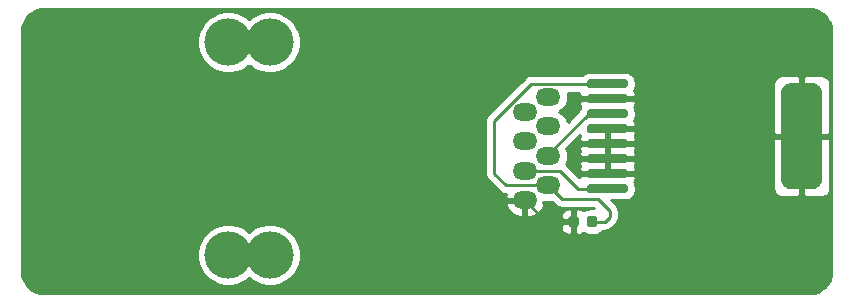
<source format=gbr>
%TF.GenerationSoftware,KiCad,Pcbnew,(5.1.12)-1*%
%TF.CreationDate,2021-11-30T21:20:58-06:00*%
%TF.ProjectId,Current_Sense,43757272-656e-4745-9f53-656e73652e6b,rev?*%
%TF.SameCoordinates,Original*%
%TF.FileFunction,Copper,L1,Top*%
%TF.FilePolarity,Positive*%
%FSLAX46Y46*%
G04 Gerber Fmt 4.6, Leading zero omitted, Abs format (unit mm)*
G04 Created by KiCad (PCBNEW (5.1.12)-1) date 2021-11-30 21:20:58*
%MOMM*%
%LPD*%
G01*
G04 APERTURE LIST*
%TA.AperFunction,ComponentPad*%
%ADD10C,4.000000*%
%TD*%
%TA.AperFunction,ComponentPad*%
%ADD11O,2.100000X1.500000*%
%TD*%
%TA.AperFunction,Conductor*%
%ADD12C,0.250000*%
%TD*%
%TA.AperFunction,Conductor*%
%ADD13C,0.254000*%
%TD*%
%TA.AperFunction,Conductor*%
%ADD14C,0.100000*%
%TD*%
G04 APERTURE END LIST*
%TO.P,C1,2*%
%TO.N,GND*%
%TA.AperFunction,SMDPad,CuDef*%
G36*
G01*
X104958500Y-92072750D02*
X104958500Y-92585250D01*
G75*
G02*
X104739750Y-92804000I-218750J0D01*
G01*
X104302250Y-92804000D01*
G75*
G02*
X104083500Y-92585250I0J218750D01*
G01*
X104083500Y-92072750D01*
G75*
G02*
X104302250Y-91854000I218750J0D01*
G01*
X104739750Y-91854000D01*
G75*
G02*
X104958500Y-92072750I0J-218750D01*
G01*
G37*
%TD.AperFunction*%
%TO.P,C1,1*%
%TO.N,+5V*%
%TA.AperFunction,SMDPad,CuDef*%
G36*
G01*
X106533500Y-92072750D02*
X106533500Y-92585250D01*
G75*
G02*
X106314750Y-92804000I-218750J0D01*
G01*
X105877250Y-92804000D01*
G75*
G02*
X105658500Y-92585250I0J218750D01*
G01*
X105658500Y-92072750D01*
G75*
G02*
X105877250Y-91854000I218750J0D01*
G01*
X106314750Y-91854000D01*
G75*
G02*
X106533500Y-92072750I0J-218750D01*
G01*
G37*
%TD.AperFunction*%
%TD*%
D10*
%TO.P,U1,9*%
%TO.N,Net-(U1-Pad9)*%
X75290000Y-95145001D03*
%TO.P,U1,10*%
%TO.N,Net-(U1-Pad10)*%
X78790000Y-77145001D03*
X75290000Y-77145001D03*
%TO.P,U1,9*%
%TO.N,Net-(U1-Pad9)*%
X78790000Y-95145001D03*
D11*
%TO.P,U1,1*%
%TO.N,N/C*%
X102390000Y-81765001D03*
%TO.P,U1,3*%
X102390000Y-84265001D03*
%TO.P,U1,2*%
%TO.N,GND*%
X100390000Y-83015001D03*
%TO.P,U1,4*%
%TO.N,N/C*%
X100390000Y-85515001D03*
%TO.P,U1,5*%
%TO.N,DFSDM1_CKIN5_5V*%
X102390000Y-86765001D03*
%TO.P,U1,6*%
%TO.N,DFSDM1_DATIN5_5V*%
X100390000Y-88015001D03*
%TO.P,U1,7*%
%TO.N,+5V*%
X102390000Y-89265001D03*
%TO.P,U1,8*%
%TO.N,GND*%
X100390000Y-90515001D03*
%TD*%
%TO.P,J5,9*%
%TO.N,GND*%
%TA.AperFunction,SMDPad,CuDef*%
G36*
G01*
X122950000Y-80590000D02*
X124700000Y-80590000D01*
G75*
G02*
X125575000Y-81465000I0J-875000D01*
G01*
X125575000Y-88715000D01*
G75*
G02*
X124700000Y-89590000I-875000J0D01*
G01*
X122950000Y-89590000D01*
G75*
G02*
X122075000Y-88715000I0J875000D01*
G01*
X122075000Y-81465000D01*
G75*
G02*
X122950000Y-80590000I875000J0D01*
G01*
G37*
%TD.AperFunction*%
%TO.P,J5,5*%
%TA.AperFunction,SMDPad,CuDef*%
G36*
G01*
X105805000Y-84105000D02*
X108955000Y-84105000D01*
G75*
G02*
X109130000Y-84280000I0J-175000D01*
G01*
X109130000Y-84630000D01*
G75*
G02*
X108955000Y-84805000I-175000J0D01*
G01*
X105805000Y-84805000D01*
G75*
G02*
X105630000Y-84630000I0J175000D01*
G01*
X105630000Y-84280000D01*
G75*
G02*
X105805000Y-84105000I175000J0D01*
G01*
G37*
%TD.AperFunction*%
%TO.P,J5,7*%
%TA.AperFunction,SMDPad,CuDef*%
G36*
G01*
X105805000Y-81565000D02*
X108955000Y-81565000D01*
G75*
G02*
X109130000Y-81740000I0J-175000D01*
G01*
X109130000Y-82090000D01*
G75*
G02*
X108955000Y-82265000I-175000J0D01*
G01*
X105805000Y-82265000D01*
G75*
G02*
X105630000Y-82090000I0J175000D01*
G01*
X105630000Y-81740000D01*
G75*
G02*
X105805000Y-81565000I175000J0D01*
G01*
G37*
%TD.AperFunction*%
%TO.P,J5,8*%
%TO.N,+5V*%
%TA.AperFunction,SMDPad,CuDef*%
G36*
G01*
X105805000Y-80295000D02*
X108955000Y-80295000D01*
G75*
G02*
X109130000Y-80470000I0J-175000D01*
G01*
X109130000Y-80820000D01*
G75*
G02*
X108955000Y-80995000I-175000J0D01*
G01*
X105805000Y-80995000D01*
G75*
G02*
X105630000Y-80820000I0J175000D01*
G01*
X105630000Y-80470000D01*
G75*
G02*
X105805000Y-80295000I175000J0D01*
G01*
G37*
%TD.AperFunction*%
%TO.P,J5,6*%
%TO.N,DFSDM1_CKIN5_5V*%
%TA.AperFunction,SMDPad,CuDef*%
G36*
G01*
X105805000Y-82835000D02*
X108955000Y-82835000D01*
G75*
G02*
X109130000Y-83010000I0J-175000D01*
G01*
X109130000Y-83360000D01*
G75*
G02*
X108955000Y-83535000I-175000J0D01*
G01*
X105805000Y-83535000D01*
G75*
G02*
X105630000Y-83360000I0J175000D01*
G01*
X105630000Y-83010000D01*
G75*
G02*
X105805000Y-82835000I175000J0D01*
G01*
G37*
%TD.AperFunction*%
%TO.P,J5,4*%
%TO.N,GND*%
%TA.AperFunction,SMDPad,CuDef*%
G36*
G01*
X105805000Y-85375000D02*
X108955000Y-85375000D01*
G75*
G02*
X109130000Y-85550000I0J-175000D01*
G01*
X109130000Y-85900000D01*
G75*
G02*
X108955000Y-86075000I-175000J0D01*
G01*
X105805000Y-86075000D01*
G75*
G02*
X105630000Y-85900000I0J175000D01*
G01*
X105630000Y-85550000D01*
G75*
G02*
X105805000Y-85375000I175000J0D01*
G01*
G37*
%TD.AperFunction*%
%TO.P,J5,3*%
%TA.AperFunction,SMDPad,CuDef*%
G36*
G01*
X105805000Y-86645000D02*
X108955000Y-86645000D01*
G75*
G02*
X109130000Y-86820000I0J-175000D01*
G01*
X109130000Y-87170000D01*
G75*
G02*
X108955000Y-87345000I-175000J0D01*
G01*
X105805000Y-87345000D01*
G75*
G02*
X105630000Y-87170000I0J175000D01*
G01*
X105630000Y-86820000D01*
G75*
G02*
X105805000Y-86645000I175000J0D01*
G01*
G37*
%TD.AperFunction*%
%TO.P,J5,2*%
%TA.AperFunction,SMDPad,CuDef*%
G36*
G01*
X105805000Y-87915000D02*
X108955000Y-87915000D01*
G75*
G02*
X109130000Y-88090000I0J-175000D01*
G01*
X109130000Y-88440000D01*
G75*
G02*
X108955000Y-88615000I-175000J0D01*
G01*
X105805000Y-88615000D01*
G75*
G02*
X105630000Y-88440000I0J175000D01*
G01*
X105630000Y-88090000D01*
G75*
G02*
X105805000Y-87915000I175000J0D01*
G01*
G37*
%TD.AperFunction*%
%TO.P,J5,1*%
%TO.N,DFSDM1_DATIN5_5V*%
%TA.AperFunction,SMDPad,CuDef*%
G36*
G01*
X105805000Y-89185000D02*
X108955000Y-89185000D01*
G75*
G02*
X109130000Y-89360000I0J-175000D01*
G01*
X109130000Y-89710000D01*
G75*
G02*
X108955000Y-89885000I-175000J0D01*
G01*
X105805000Y-89885000D01*
G75*
G02*
X105630000Y-89710000I0J175000D01*
G01*
X105630000Y-89360000D01*
G75*
G02*
X105805000Y-89185000I175000J0D01*
G01*
G37*
%TD.AperFunction*%
%TD*%
D12*
%TO.N,GND*%
X102203999Y-92329000D02*
X100390000Y-90515001D01*
X104521000Y-92329000D02*
X102203999Y-92329000D01*
X107380000Y-88265000D02*
X110363000Y-88265000D01*
X110363000Y-88265000D02*
X110490000Y-88138000D01*
X110490000Y-88138000D02*
X110490000Y-87376000D01*
X110109000Y-86995000D02*
X107380000Y-86995000D01*
X110490000Y-87376000D02*
X110109000Y-86995000D01*
X107380000Y-85725000D02*
X110363000Y-85725000D01*
X110490000Y-85852000D02*
X110490000Y-87376000D01*
X110363000Y-85725000D02*
X110490000Y-85852000D01*
X107380000Y-84455000D02*
X110363000Y-84455000D01*
X110490000Y-84582000D02*
X110490000Y-85852000D01*
X110363000Y-84455000D02*
X110490000Y-84582000D01*
X107380000Y-81915000D02*
X109601000Y-81915000D01*
X110490000Y-82804000D02*
X110490000Y-84582000D01*
X109601000Y-81915000D02*
X110490000Y-82804000D01*
%TO.N,+5V*%
X106096000Y-92329000D02*
X107188000Y-92329000D01*
X107188000Y-92329000D02*
X107569000Y-91948000D01*
X107569000Y-91948000D02*
X107569000Y-91440000D01*
X107569000Y-91440000D02*
X106553000Y-90424000D01*
X103548999Y-90424000D02*
X102390000Y-89265001D01*
X106553000Y-90424000D02*
X103548999Y-90424000D01*
X100939708Y-80645000D02*
X97790000Y-83794708D01*
X107380000Y-80645000D02*
X100939708Y-80645000D01*
X97790000Y-83794708D02*
X97790000Y-88265000D01*
X98790001Y-89265001D02*
X102390000Y-89265001D01*
X97790000Y-88265000D02*
X98790001Y-89265001D01*
%TO.N,DFSDM1_CKIN5_5V*%
X107380000Y-83185000D02*
X105791000Y-83185000D01*
X102390000Y-86586000D02*
X102390000Y-86765001D01*
X105791000Y-83185000D02*
X102390000Y-86586000D01*
%TO.N,DFSDM1_DATIN5_5V*%
X107380000Y-89535000D02*
X104902000Y-89535000D01*
X103382001Y-88015001D02*
X100390000Y-88015001D01*
X104902000Y-89535000D02*
X103382001Y-88015001D01*
%TD*%
D13*
%TO.N,GND*%
X124824545Y-74358909D02*
X125175208Y-74464780D01*
X125498625Y-74636744D01*
X125782484Y-74868254D01*
X126015965Y-75150486D01*
X126190183Y-75472695D01*
X126298502Y-75822614D01*
X126340000Y-76217443D01*
X126340001Y-96487711D01*
X126301091Y-96884545D01*
X126195220Y-97235206D01*
X126023257Y-97558623D01*
X125791748Y-97842482D01*
X125509514Y-98075965D01*
X125187304Y-98250184D01*
X124837385Y-98358502D01*
X124442557Y-98400000D01*
X59722279Y-98400000D01*
X59325455Y-98361091D01*
X58974794Y-98255220D01*
X58651377Y-98083257D01*
X58367518Y-97851748D01*
X58134035Y-97569514D01*
X57959816Y-97247304D01*
X57851498Y-96897385D01*
X57810000Y-96502557D01*
X57810000Y-94885476D01*
X72655000Y-94885476D01*
X72655000Y-95404526D01*
X72756261Y-95913602D01*
X72954893Y-96393142D01*
X73243262Y-96824716D01*
X73610285Y-97191739D01*
X74041859Y-97480108D01*
X74521399Y-97678740D01*
X75030475Y-97780001D01*
X75549525Y-97780001D01*
X76058601Y-97678740D01*
X76538141Y-97480108D01*
X76969715Y-97191739D01*
X77040000Y-97121454D01*
X77110285Y-97191739D01*
X77541859Y-97480108D01*
X78021399Y-97678740D01*
X78530475Y-97780001D01*
X79049525Y-97780001D01*
X79558601Y-97678740D01*
X80038141Y-97480108D01*
X80469715Y-97191739D01*
X80836738Y-96824716D01*
X81125107Y-96393142D01*
X81323739Y-95913602D01*
X81425000Y-95404526D01*
X81425000Y-94885476D01*
X81323739Y-94376400D01*
X81125107Y-93896860D01*
X80836738Y-93465286D01*
X80469715Y-93098263D01*
X80038141Y-92809894D01*
X80023912Y-92804000D01*
X103445428Y-92804000D01*
X103457688Y-92928482D01*
X103493998Y-93048180D01*
X103552963Y-93158494D01*
X103632315Y-93255185D01*
X103729006Y-93334537D01*
X103839320Y-93393502D01*
X103959018Y-93429812D01*
X104083500Y-93442072D01*
X104235250Y-93439000D01*
X104394000Y-93280250D01*
X104394000Y-92456000D01*
X103607250Y-92456000D01*
X103448500Y-92614750D01*
X103445428Y-92804000D01*
X80023912Y-92804000D01*
X79558601Y-92611262D01*
X79049525Y-92510001D01*
X78530475Y-92510001D01*
X78021399Y-92611262D01*
X77541859Y-92809894D01*
X77110285Y-93098263D01*
X77040000Y-93168548D01*
X76969715Y-93098263D01*
X76538141Y-92809894D01*
X76058601Y-92611262D01*
X75549525Y-92510001D01*
X75030475Y-92510001D01*
X74521399Y-92611262D01*
X74041859Y-92809894D01*
X73610285Y-93098263D01*
X73243262Y-93465286D01*
X72954893Y-93896860D01*
X72756261Y-94376400D01*
X72655000Y-94885476D01*
X57810000Y-94885476D01*
X57810000Y-90856186D01*
X98747682Y-90856186D01*
X98761827Y-90927685D01*
X98867858Y-91178869D01*
X99020855Y-91404541D01*
X99214939Y-91596029D01*
X99442651Y-91745973D01*
X99695240Y-91848612D01*
X99963000Y-91900001D01*
X100263000Y-91900001D01*
X100263000Y-90642001D01*
X98870344Y-90642001D01*
X98747682Y-90856186D01*
X57810000Y-90856186D01*
X57810000Y-83794708D01*
X97026324Y-83794708D01*
X97030000Y-83832031D01*
X97030001Y-88227668D01*
X97026324Y-88265000D01*
X97040998Y-88413985D01*
X97084454Y-88557246D01*
X97155026Y-88689276D01*
X97226201Y-88776002D01*
X97250000Y-88805001D01*
X97278998Y-88828799D01*
X98226201Y-89776003D01*
X98250000Y-89805002D01*
X98278998Y-89828800D01*
X98365724Y-89899975D01*
X98449013Y-89944494D01*
X98497754Y-89970547D01*
X98641015Y-90014004D01*
X98752668Y-90025001D01*
X98752678Y-90025001D01*
X98790001Y-90028677D01*
X98793039Y-90028378D01*
X98761827Y-90102317D01*
X98747682Y-90173816D01*
X98870344Y-90388001D01*
X100263000Y-90388001D01*
X100263000Y-90368001D01*
X100517000Y-90368001D01*
X100517000Y-90388001D01*
X100537000Y-90388001D01*
X100537000Y-90642001D01*
X100517000Y-90642001D01*
X100517000Y-91900001D01*
X100817000Y-91900001D01*
X101056686Y-91854000D01*
X103445428Y-91854000D01*
X103448500Y-92043250D01*
X103607250Y-92202000D01*
X104394000Y-92202000D01*
X104394000Y-91377750D01*
X104235250Y-91219000D01*
X104083500Y-91215928D01*
X103959018Y-91228188D01*
X103839320Y-91264498D01*
X103729006Y-91323463D01*
X103632315Y-91402815D01*
X103552963Y-91499506D01*
X103493998Y-91609820D01*
X103457688Y-91729518D01*
X103445428Y-91854000D01*
X101056686Y-91854000D01*
X101084760Y-91848612D01*
X101337349Y-91745973D01*
X101565061Y-91596029D01*
X101759145Y-91404541D01*
X101912142Y-91178869D01*
X102018173Y-90927685D01*
X102032318Y-90856186D01*
X101909657Y-90642003D01*
X101940758Y-90642003D01*
X102021963Y-90650001D01*
X102700198Y-90650001D01*
X102985199Y-90935002D01*
X103008998Y-90964001D01*
X103037996Y-90987799D01*
X103124722Y-91058974D01*
X103256752Y-91129546D01*
X103400013Y-91173003D01*
X103511666Y-91184000D01*
X103511675Y-91184000D01*
X103548998Y-91187676D01*
X103586321Y-91184000D01*
X106238199Y-91184000D01*
X106270127Y-91215928D01*
X105877250Y-91215928D01*
X105710092Y-91232392D01*
X105549358Y-91281150D01*
X105401225Y-91360329D01*
X105379570Y-91378100D01*
X105312994Y-91323463D01*
X105202680Y-91264498D01*
X105082982Y-91228188D01*
X104958500Y-91215928D01*
X104806750Y-91219000D01*
X104648000Y-91377750D01*
X104648000Y-92202000D01*
X104668000Y-92202000D01*
X104668000Y-92456000D01*
X104648000Y-92456000D01*
X104648000Y-93280250D01*
X104806750Y-93439000D01*
X104958500Y-93442072D01*
X105082982Y-93429812D01*
X105202680Y-93393502D01*
X105312994Y-93334537D01*
X105379570Y-93279900D01*
X105401225Y-93297671D01*
X105549358Y-93376850D01*
X105710092Y-93425608D01*
X105877250Y-93442072D01*
X106314750Y-93442072D01*
X106481908Y-93425608D01*
X106642642Y-93376850D01*
X106790775Y-93297671D01*
X106920615Y-93191115D01*
X107004418Y-93089000D01*
X107150678Y-93089000D01*
X107188000Y-93092676D01*
X107225322Y-93089000D01*
X107225333Y-93089000D01*
X107336986Y-93078003D01*
X107480247Y-93034546D01*
X107612276Y-92963974D01*
X107728001Y-92869001D01*
X107751804Y-92839997D01*
X108079998Y-92511803D01*
X108109001Y-92488001D01*
X108203974Y-92372276D01*
X108274546Y-92240247D01*
X108318003Y-92096986D01*
X108329000Y-91985333D01*
X108329000Y-91985324D01*
X108332676Y-91948001D01*
X108329000Y-91910678D01*
X108329000Y-91477322D01*
X108332676Y-91440000D01*
X108329000Y-91402677D01*
X108329000Y-91402667D01*
X108318003Y-91291014D01*
X108274546Y-91147753D01*
X108227092Y-91058974D01*
X108203974Y-91015723D01*
X108132799Y-90928997D01*
X108109001Y-90899999D01*
X108080003Y-90876201D01*
X107726874Y-90523072D01*
X108955000Y-90523072D01*
X109113622Y-90507449D01*
X109266149Y-90461181D01*
X109406719Y-90386045D01*
X109529929Y-90284929D01*
X109631045Y-90161719D01*
X109706181Y-90021149D01*
X109752449Y-89868622D01*
X109768072Y-89710000D01*
X109768072Y-89590000D01*
X121436928Y-89590000D01*
X121449188Y-89714482D01*
X121485498Y-89834180D01*
X121544463Y-89944494D01*
X121623815Y-90041185D01*
X121720506Y-90120537D01*
X121830820Y-90179502D01*
X121950518Y-90215812D01*
X122075000Y-90228072D01*
X123539250Y-90225000D01*
X123698000Y-90066250D01*
X123698000Y-85217000D01*
X123952000Y-85217000D01*
X123952000Y-90066250D01*
X124110750Y-90225000D01*
X125575000Y-90228072D01*
X125699482Y-90215812D01*
X125819180Y-90179502D01*
X125929494Y-90120537D01*
X126026185Y-90041185D01*
X126105537Y-89944494D01*
X126164502Y-89834180D01*
X126200812Y-89714482D01*
X126213072Y-89590000D01*
X126210000Y-85375750D01*
X126051250Y-85217000D01*
X123952000Y-85217000D01*
X123698000Y-85217000D01*
X121598750Y-85217000D01*
X121440000Y-85375750D01*
X121436928Y-89590000D01*
X109768072Y-89590000D01*
X109768072Y-89360000D01*
X109752449Y-89201378D01*
X109706181Y-89048851D01*
X109662150Y-88966475D01*
X109719502Y-88859180D01*
X109755812Y-88739482D01*
X109768072Y-88615000D01*
X109765000Y-88550750D01*
X109606250Y-88392000D01*
X107507000Y-88392000D01*
X107507000Y-88412000D01*
X107253000Y-88412000D01*
X107253000Y-88392000D01*
X105153750Y-88392000D01*
X104995000Y-88550750D01*
X104994888Y-88553087D01*
X103945805Y-87504004D01*
X103922002Y-87475000D01*
X103893455Y-87451572D01*
X103950418Y-87345000D01*
X104991928Y-87345000D01*
X105004188Y-87469482D01*
X105040498Y-87589180D01*
X105062317Y-87630000D01*
X105040498Y-87670820D01*
X105004188Y-87790518D01*
X104991928Y-87915000D01*
X104995000Y-87979250D01*
X105153750Y-88138000D01*
X107253000Y-88138000D01*
X107253000Y-87122000D01*
X107507000Y-87122000D01*
X107507000Y-88138000D01*
X109606250Y-88138000D01*
X109765000Y-87979250D01*
X109768072Y-87915000D01*
X109755812Y-87790518D01*
X109719502Y-87670820D01*
X109697683Y-87630000D01*
X109719502Y-87589180D01*
X109755812Y-87469482D01*
X109768072Y-87345000D01*
X109765000Y-87280750D01*
X109606250Y-87122000D01*
X107507000Y-87122000D01*
X107253000Y-87122000D01*
X105153750Y-87122000D01*
X104995000Y-87280750D01*
X104991928Y-87345000D01*
X103950418Y-87345000D01*
X103975764Y-87297582D01*
X104054960Y-87036508D01*
X104081701Y-86765001D01*
X104054960Y-86493494D01*
X103975764Y-86232420D01*
X103920943Y-86129858D01*
X103975801Y-86075000D01*
X104991928Y-86075000D01*
X105004188Y-86199482D01*
X105040498Y-86319180D01*
X105062317Y-86360000D01*
X105040498Y-86400820D01*
X105004188Y-86520518D01*
X104991928Y-86645000D01*
X104995000Y-86709250D01*
X105153750Y-86868000D01*
X107253000Y-86868000D01*
X107253000Y-85852000D01*
X107507000Y-85852000D01*
X107507000Y-86868000D01*
X109606250Y-86868000D01*
X109765000Y-86709250D01*
X109768072Y-86645000D01*
X109755812Y-86520518D01*
X109719502Y-86400820D01*
X109697683Y-86360000D01*
X109719502Y-86319180D01*
X109755812Y-86199482D01*
X109768072Y-86075000D01*
X109765000Y-86010750D01*
X109606250Y-85852000D01*
X107507000Y-85852000D01*
X107253000Y-85852000D01*
X105153750Y-85852000D01*
X104995000Y-86010750D01*
X104991928Y-86075000D01*
X103975801Y-86075000D01*
X105031450Y-85019352D01*
X105040498Y-85049180D01*
X105062317Y-85090000D01*
X105040498Y-85130820D01*
X105004188Y-85250518D01*
X104991928Y-85375000D01*
X104995000Y-85439250D01*
X105153750Y-85598000D01*
X107253000Y-85598000D01*
X107253000Y-84582000D01*
X107507000Y-84582000D01*
X107507000Y-85598000D01*
X109606250Y-85598000D01*
X109765000Y-85439250D01*
X109768072Y-85375000D01*
X109755812Y-85250518D01*
X109719502Y-85130820D01*
X109697683Y-85090000D01*
X109719502Y-85049180D01*
X109755812Y-84929482D01*
X109768072Y-84805000D01*
X109765000Y-84740750D01*
X109606250Y-84582000D01*
X107507000Y-84582000D01*
X107253000Y-84582000D01*
X107233000Y-84582000D01*
X107233000Y-84328000D01*
X107253000Y-84328000D01*
X107253000Y-84308000D01*
X107507000Y-84308000D01*
X107507000Y-84328000D01*
X109606250Y-84328000D01*
X109765000Y-84169250D01*
X109768072Y-84105000D01*
X109755812Y-83980518D01*
X109719502Y-83860820D01*
X109662150Y-83753525D01*
X109706181Y-83671149D01*
X109752449Y-83518622D01*
X109768072Y-83360000D01*
X109768072Y-83010000D01*
X109752449Y-82851378D01*
X109706181Y-82698851D01*
X109662150Y-82616475D01*
X109719502Y-82509180D01*
X109755812Y-82389482D01*
X109768072Y-82265000D01*
X109765000Y-82200750D01*
X109606250Y-82042000D01*
X107507000Y-82042000D01*
X107507000Y-82062000D01*
X107253000Y-82062000D01*
X107253000Y-82042000D01*
X105153750Y-82042000D01*
X104995000Y-82200750D01*
X104991928Y-82265000D01*
X105004188Y-82389482D01*
X105040498Y-82509180D01*
X105097850Y-82616475D01*
X105053819Y-82698851D01*
X105007551Y-82851378D01*
X105002933Y-82898265D01*
X104020687Y-83880511D01*
X103975764Y-83732420D01*
X103847157Y-83491813D01*
X103674081Y-83280920D01*
X103463188Y-83107844D01*
X103289491Y-83015001D01*
X103463188Y-82922158D01*
X103674081Y-82749082D01*
X103847157Y-82538189D01*
X103975764Y-82297582D01*
X104054960Y-82036508D01*
X104081701Y-81765001D01*
X104054960Y-81493494D01*
X104028116Y-81405000D01*
X105014962Y-81405000D01*
X105004188Y-81440518D01*
X104991928Y-81565000D01*
X104995000Y-81629250D01*
X105153750Y-81788000D01*
X107253000Y-81788000D01*
X107253000Y-81768000D01*
X107507000Y-81768000D01*
X107507000Y-81788000D01*
X109606250Y-81788000D01*
X109765000Y-81629250D01*
X109768072Y-81565000D01*
X109755812Y-81440518D01*
X109719502Y-81320820D01*
X109662150Y-81213525D01*
X109706181Y-81131149D01*
X109752449Y-80978622D01*
X109768072Y-80820000D01*
X109768072Y-80590000D01*
X121436928Y-80590000D01*
X121440000Y-84804250D01*
X121598750Y-84963000D01*
X123698000Y-84963000D01*
X123698000Y-80113750D01*
X123952000Y-80113750D01*
X123952000Y-84963000D01*
X126051250Y-84963000D01*
X126210000Y-84804250D01*
X126213072Y-80590000D01*
X126200812Y-80465518D01*
X126164502Y-80345820D01*
X126105537Y-80235506D01*
X126026185Y-80138815D01*
X125929494Y-80059463D01*
X125819180Y-80000498D01*
X125699482Y-79964188D01*
X125575000Y-79951928D01*
X124110750Y-79955000D01*
X123952000Y-80113750D01*
X123698000Y-80113750D01*
X123539250Y-79955000D01*
X122075000Y-79951928D01*
X121950518Y-79964188D01*
X121830820Y-80000498D01*
X121720506Y-80059463D01*
X121623815Y-80138815D01*
X121544463Y-80235506D01*
X121485498Y-80345820D01*
X121449188Y-80465518D01*
X121436928Y-80590000D01*
X109768072Y-80590000D01*
X109768072Y-80470000D01*
X109752449Y-80311378D01*
X109706181Y-80158851D01*
X109631045Y-80018281D01*
X109529929Y-79895071D01*
X109406719Y-79793955D01*
X109266149Y-79718819D01*
X109113622Y-79672551D01*
X108955000Y-79656928D01*
X105805000Y-79656928D01*
X105646378Y-79672551D01*
X105493851Y-79718819D01*
X105353281Y-79793955D01*
X105242343Y-79885000D01*
X100977033Y-79885000D01*
X100939708Y-79881324D01*
X100902383Y-79885000D01*
X100902375Y-79885000D01*
X100790722Y-79895997D01*
X100647461Y-79939454D01*
X100515432Y-80010026D01*
X100399707Y-80104999D01*
X100375909Y-80133997D01*
X97279003Y-83230904D01*
X97249999Y-83254707D01*
X97194871Y-83321882D01*
X97155026Y-83370432D01*
X97097932Y-83477247D01*
X97084454Y-83502462D01*
X97040997Y-83645723D01*
X97030000Y-83757376D01*
X97030000Y-83757386D01*
X97026324Y-83794708D01*
X57810000Y-83794708D01*
X57810000Y-76885476D01*
X72655000Y-76885476D01*
X72655000Y-77404526D01*
X72756261Y-77913602D01*
X72954893Y-78393142D01*
X73243262Y-78824716D01*
X73610285Y-79191739D01*
X74041859Y-79480108D01*
X74521399Y-79678740D01*
X75030475Y-79780001D01*
X75549525Y-79780001D01*
X76058601Y-79678740D01*
X76538141Y-79480108D01*
X76969715Y-79191739D01*
X77040000Y-79121454D01*
X77110285Y-79191739D01*
X77541859Y-79480108D01*
X78021399Y-79678740D01*
X78530475Y-79780001D01*
X79049525Y-79780001D01*
X79558601Y-79678740D01*
X80038141Y-79480108D01*
X80469715Y-79191739D01*
X80836738Y-78824716D01*
X81125107Y-78393142D01*
X81323739Y-77913602D01*
X81425000Y-77404526D01*
X81425000Y-76885476D01*
X81323739Y-76376400D01*
X81125107Y-75896860D01*
X80836738Y-75465286D01*
X80469715Y-75098263D01*
X80038141Y-74809894D01*
X79558601Y-74611262D01*
X79049525Y-74510001D01*
X78530475Y-74510001D01*
X78021399Y-74611262D01*
X77541859Y-74809894D01*
X77110285Y-75098263D01*
X77040000Y-75168548D01*
X76969715Y-75098263D01*
X76538141Y-74809894D01*
X76058601Y-74611262D01*
X75549525Y-74510001D01*
X75030475Y-74510001D01*
X74521399Y-74611262D01*
X74041859Y-74809894D01*
X73610285Y-75098263D01*
X73243262Y-75465286D01*
X72954893Y-75896860D01*
X72756261Y-76376400D01*
X72655000Y-76885476D01*
X57810000Y-76885476D01*
X57810000Y-76232279D01*
X57848909Y-75835455D01*
X57954780Y-75484792D01*
X58126744Y-75161375D01*
X58358254Y-74877516D01*
X58640486Y-74644035D01*
X58962695Y-74469817D01*
X59312614Y-74361498D01*
X59707443Y-74320000D01*
X124427721Y-74320000D01*
X124824545Y-74358909D01*
%TA.AperFunction,Conductor*%
D14*
G36*
X124824545Y-74358909D02*
G01*
X125175208Y-74464780D01*
X125498625Y-74636744D01*
X125782484Y-74868254D01*
X126015965Y-75150486D01*
X126190183Y-75472695D01*
X126298502Y-75822614D01*
X126340000Y-76217443D01*
X126340001Y-96487711D01*
X126301091Y-96884545D01*
X126195220Y-97235206D01*
X126023257Y-97558623D01*
X125791748Y-97842482D01*
X125509514Y-98075965D01*
X125187304Y-98250184D01*
X124837385Y-98358502D01*
X124442557Y-98400000D01*
X59722279Y-98400000D01*
X59325455Y-98361091D01*
X58974794Y-98255220D01*
X58651377Y-98083257D01*
X58367518Y-97851748D01*
X58134035Y-97569514D01*
X57959816Y-97247304D01*
X57851498Y-96897385D01*
X57810000Y-96502557D01*
X57810000Y-94885476D01*
X72655000Y-94885476D01*
X72655000Y-95404526D01*
X72756261Y-95913602D01*
X72954893Y-96393142D01*
X73243262Y-96824716D01*
X73610285Y-97191739D01*
X74041859Y-97480108D01*
X74521399Y-97678740D01*
X75030475Y-97780001D01*
X75549525Y-97780001D01*
X76058601Y-97678740D01*
X76538141Y-97480108D01*
X76969715Y-97191739D01*
X77040000Y-97121454D01*
X77110285Y-97191739D01*
X77541859Y-97480108D01*
X78021399Y-97678740D01*
X78530475Y-97780001D01*
X79049525Y-97780001D01*
X79558601Y-97678740D01*
X80038141Y-97480108D01*
X80469715Y-97191739D01*
X80836738Y-96824716D01*
X81125107Y-96393142D01*
X81323739Y-95913602D01*
X81425000Y-95404526D01*
X81425000Y-94885476D01*
X81323739Y-94376400D01*
X81125107Y-93896860D01*
X80836738Y-93465286D01*
X80469715Y-93098263D01*
X80038141Y-92809894D01*
X80023912Y-92804000D01*
X103445428Y-92804000D01*
X103457688Y-92928482D01*
X103493998Y-93048180D01*
X103552963Y-93158494D01*
X103632315Y-93255185D01*
X103729006Y-93334537D01*
X103839320Y-93393502D01*
X103959018Y-93429812D01*
X104083500Y-93442072D01*
X104235250Y-93439000D01*
X104394000Y-93280250D01*
X104394000Y-92456000D01*
X103607250Y-92456000D01*
X103448500Y-92614750D01*
X103445428Y-92804000D01*
X80023912Y-92804000D01*
X79558601Y-92611262D01*
X79049525Y-92510001D01*
X78530475Y-92510001D01*
X78021399Y-92611262D01*
X77541859Y-92809894D01*
X77110285Y-93098263D01*
X77040000Y-93168548D01*
X76969715Y-93098263D01*
X76538141Y-92809894D01*
X76058601Y-92611262D01*
X75549525Y-92510001D01*
X75030475Y-92510001D01*
X74521399Y-92611262D01*
X74041859Y-92809894D01*
X73610285Y-93098263D01*
X73243262Y-93465286D01*
X72954893Y-93896860D01*
X72756261Y-94376400D01*
X72655000Y-94885476D01*
X57810000Y-94885476D01*
X57810000Y-90856186D01*
X98747682Y-90856186D01*
X98761827Y-90927685D01*
X98867858Y-91178869D01*
X99020855Y-91404541D01*
X99214939Y-91596029D01*
X99442651Y-91745973D01*
X99695240Y-91848612D01*
X99963000Y-91900001D01*
X100263000Y-91900001D01*
X100263000Y-90642001D01*
X98870344Y-90642001D01*
X98747682Y-90856186D01*
X57810000Y-90856186D01*
X57810000Y-83794708D01*
X97026324Y-83794708D01*
X97030000Y-83832031D01*
X97030001Y-88227668D01*
X97026324Y-88265000D01*
X97040998Y-88413985D01*
X97084454Y-88557246D01*
X97155026Y-88689276D01*
X97226201Y-88776002D01*
X97250000Y-88805001D01*
X97278998Y-88828799D01*
X98226201Y-89776003D01*
X98250000Y-89805002D01*
X98278998Y-89828800D01*
X98365724Y-89899975D01*
X98449013Y-89944494D01*
X98497754Y-89970547D01*
X98641015Y-90014004D01*
X98752668Y-90025001D01*
X98752678Y-90025001D01*
X98790001Y-90028677D01*
X98793039Y-90028378D01*
X98761827Y-90102317D01*
X98747682Y-90173816D01*
X98870344Y-90388001D01*
X100263000Y-90388001D01*
X100263000Y-90368001D01*
X100517000Y-90368001D01*
X100517000Y-90388001D01*
X100537000Y-90388001D01*
X100537000Y-90642001D01*
X100517000Y-90642001D01*
X100517000Y-91900001D01*
X100817000Y-91900001D01*
X101056686Y-91854000D01*
X103445428Y-91854000D01*
X103448500Y-92043250D01*
X103607250Y-92202000D01*
X104394000Y-92202000D01*
X104394000Y-91377750D01*
X104235250Y-91219000D01*
X104083500Y-91215928D01*
X103959018Y-91228188D01*
X103839320Y-91264498D01*
X103729006Y-91323463D01*
X103632315Y-91402815D01*
X103552963Y-91499506D01*
X103493998Y-91609820D01*
X103457688Y-91729518D01*
X103445428Y-91854000D01*
X101056686Y-91854000D01*
X101084760Y-91848612D01*
X101337349Y-91745973D01*
X101565061Y-91596029D01*
X101759145Y-91404541D01*
X101912142Y-91178869D01*
X102018173Y-90927685D01*
X102032318Y-90856186D01*
X101909657Y-90642003D01*
X101940758Y-90642003D01*
X102021963Y-90650001D01*
X102700198Y-90650001D01*
X102985199Y-90935002D01*
X103008998Y-90964001D01*
X103037996Y-90987799D01*
X103124722Y-91058974D01*
X103256752Y-91129546D01*
X103400013Y-91173003D01*
X103511666Y-91184000D01*
X103511675Y-91184000D01*
X103548998Y-91187676D01*
X103586321Y-91184000D01*
X106238199Y-91184000D01*
X106270127Y-91215928D01*
X105877250Y-91215928D01*
X105710092Y-91232392D01*
X105549358Y-91281150D01*
X105401225Y-91360329D01*
X105379570Y-91378100D01*
X105312994Y-91323463D01*
X105202680Y-91264498D01*
X105082982Y-91228188D01*
X104958500Y-91215928D01*
X104806750Y-91219000D01*
X104648000Y-91377750D01*
X104648000Y-92202000D01*
X104668000Y-92202000D01*
X104668000Y-92456000D01*
X104648000Y-92456000D01*
X104648000Y-93280250D01*
X104806750Y-93439000D01*
X104958500Y-93442072D01*
X105082982Y-93429812D01*
X105202680Y-93393502D01*
X105312994Y-93334537D01*
X105379570Y-93279900D01*
X105401225Y-93297671D01*
X105549358Y-93376850D01*
X105710092Y-93425608D01*
X105877250Y-93442072D01*
X106314750Y-93442072D01*
X106481908Y-93425608D01*
X106642642Y-93376850D01*
X106790775Y-93297671D01*
X106920615Y-93191115D01*
X107004418Y-93089000D01*
X107150678Y-93089000D01*
X107188000Y-93092676D01*
X107225322Y-93089000D01*
X107225333Y-93089000D01*
X107336986Y-93078003D01*
X107480247Y-93034546D01*
X107612276Y-92963974D01*
X107728001Y-92869001D01*
X107751804Y-92839997D01*
X108079998Y-92511803D01*
X108109001Y-92488001D01*
X108203974Y-92372276D01*
X108274546Y-92240247D01*
X108318003Y-92096986D01*
X108329000Y-91985333D01*
X108329000Y-91985324D01*
X108332676Y-91948001D01*
X108329000Y-91910678D01*
X108329000Y-91477322D01*
X108332676Y-91440000D01*
X108329000Y-91402677D01*
X108329000Y-91402667D01*
X108318003Y-91291014D01*
X108274546Y-91147753D01*
X108227092Y-91058974D01*
X108203974Y-91015723D01*
X108132799Y-90928997D01*
X108109001Y-90899999D01*
X108080003Y-90876201D01*
X107726874Y-90523072D01*
X108955000Y-90523072D01*
X109113622Y-90507449D01*
X109266149Y-90461181D01*
X109406719Y-90386045D01*
X109529929Y-90284929D01*
X109631045Y-90161719D01*
X109706181Y-90021149D01*
X109752449Y-89868622D01*
X109768072Y-89710000D01*
X109768072Y-89590000D01*
X121436928Y-89590000D01*
X121449188Y-89714482D01*
X121485498Y-89834180D01*
X121544463Y-89944494D01*
X121623815Y-90041185D01*
X121720506Y-90120537D01*
X121830820Y-90179502D01*
X121950518Y-90215812D01*
X122075000Y-90228072D01*
X123539250Y-90225000D01*
X123698000Y-90066250D01*
X123698000Y-85217000D01*
X123952000Y-85217000D01*
X123952000Y-90066250D01*
X124110750Y-90225000D01*
X125575000Y-90228072D01*
X125699482Y-90215812D01*
X125819180Y-90179502D01*
X125929494Y-90120537D01*
X126026185Y-90041185D01*
X126105537Y-89944494D01*
X126164502Y-89834180D01*
X126200812Y-89714482D01*
X126213072Y-89590000D01*
X126210000Y-85375750D01*
X126051250Y-85217000D01*
X123952000Y-85217000D01*
X123698000Y-85217000D01*
X121598750Y-85217000D01*
X121440000Y-85375750D01*
X121436928Y-89590000D01*
X109768072Y-89590000D01*
X109768072Y-89360000D01*
X109752449Y-89201378D01*
X109706181Y-89048851D01*
X109662150Y-88966475D01*
X109719502Y-88859180D01*
X109755812Y-88739482D01*
X109768072Y-88615000D01*
X109765000Y-88550750D01*
X109606250Y-88392000D01*
X107507000Y-88392000D01*
X107507000Y-88412000D01*
X107253000Y-88412000D01*
X107253000Y-88392000D01*
X105153750Y-88392000D01*
X104995000Y-88550750D01*
X104994888Y-88553087D01*
X103945805Y-87504004D01*
X103922002Y-87475000D01*
X103893455Y-87451572D01*
X103950418Y-87345000D01*
X104991928Y-87345000D01*
X105004188Y-87469482D01*
X105040498Y-87589180D01*
X105062317Y-87630000D01*
X105040498Y-87670820D01*
X105004188Y-87790518D01*
X104991928Y-87915000D01*
X104995000Y-87979250D01*
X105153750Y-88138000D01*
X107253000Y-88138000D01*
X107253000Y-87122000D01*
X107507000Y-87122000D01*
X107507000Y-88138000D01*
X109606250Y-88138000D01*
X109765000Y-87979250D01*
X109768072Y-87915000D01*
X109755812Y-87790518D01*
X109719502Y-87670820D01*
X109697683Y-87630000D01*
X109719502Y-87589180D01*
X109755812Y-87469482D01*
X109768072Y-87345000D01*
X109765000Y-87280750D01*
X109606250Y-87122000D01*
X107507000Y-87122000D01*
X107253000Y-87122000D01*
X105153750Y-87122000D01*
X104995000Y-87280750D01*
X104991928Y-87345000D01*
X103950418Y-87345000D01*
X103975764Y-87297582D01*
X104054960Y-87036508D01*
X104081701Y-86765001D01*
X104054960Y-86493494D01*
X103975764Y-86232420D01*
X103920943Y-86129858D01*
X103975801Y-86075000D01*
X104991928Y-86075000D01*
X105004188Y-86199482D01*
X105040498Y-86319180D01*
X105062317Y-86360000D01*
X105040498Y-86400820D01*
X105004188Y-86520518D01*
X104991928Y-86645000D01*
X104995000Y-86709250D01*
X105153750Y-86868000D01*
X107253000Y-86868000D01*
X107253000Y-85852000D01*
X107507000Y-85852000D01*
X107507000Y-86868000D01*
X109606250Y-86868000D01*
X109765000Y-86709250D01*
X109768072Y-86645000D01*
X109755812Y-86520518D01*
X109719502Y-86400820D01*
X109697683Y-86360000D01*
X109719502Y-86319180D01*
X109755812Y-86199482D01*
X109768072Y-86075000D01*
X109765000Y-86010750D01*
X109606250Y-85852000D01*
X107507000Y-85852000D01*
X107253000Y-85852000D01*
X105153750Y-85852000D01*
X104995000Y-86010750D01*
X104991928Y-86075000D01*
X103975801Y-86075000D01*
X105031450Y-85019352D01*
X105040498Y-85049180D01*
X105062317Y-85090000D01*
X105040498Y-85130820D01*
X105004188Y-85250518D01*
X104991928Y-85375000D01*
X104995000Y-85439250D01*
X105153750Y-85598000D01*
X107253000Y-85598000D01*
X107253000Y-84582000D01*
X107507000Y-84582000D01*
X107507000Y-85598000D01*
X109606250Y-85598000D01*
X109765000Y-85439250D01*
X109768072Y-85375000D01*
X109755812Y-85250518D01*
X109719502Y-85130820D01*
X109697683Y-85090000D01*
X109719502Y-85049180D01*
X109755812Y-84929482D01*
X109768072Y-84805000D01*
X109765000Y-84740750D01*
X109606250Y-84582000D01*
X107507000Y-84582000D01*
X107253000Y-84582000D01*
X107233000Y-84582000D01*
X107233000Y-84328000D01*
X107253000Y-84328000D01*
X107253000Y-84308000D01*
X107507000Y-84308000D01*
X107507000Y-84328000D01*
X109606250Y-84328000D01*
X109765000Y-84169250D01*
X109768072Y-84105000D01*
X109755812Y-83980518D01*
X109719502Y-83860820D01*
X109662150Y-83753525D01*
X109706181Y-83671149D01*
X109752449Y-83518622D01*
X109768072Y-83360000D01*
X109768072Y-83010000D01*
X109752449Y-82851378D01*
X109706181Y-82698851D01*
X109662150Y-82616475D01*
X109719502Y-82509180D01*
X109755812Y-82389482D01*
X109768072Y-82265000D01*
X109765000Y-82200750D01*
X109606250Y-82042000D01*
X107507000Y-82042000D01*
X107507000Y-82062000D01*
X107253000Y-82062000D01*
X107253000Y-82042000D01*
X105153750Y-82042000D01*
X104995000Y-82200750D01*
X104991928Y-82265000D01*
X105004188Y-82389482D01*
X105040498Y-82509180D01*
X105097850Y-82616475D01*
X105053819Y-82698851D01*
X105007551Y-82851378D01*
X105002933Y-82898265D01*
X104020687Y-83880511D01*
X103975764Y-83732420D01*
X103847157Y-83491813D01*
X103674081Y-83280920D01*
X103463188Y-83107844D01*
X103289491Y-83015001D01*
X103463188Y-82922158D01*
X103674081Y-82749082D01*
X103847157Y-82538189D01*
X103975764Y-82297582D01*
X104054960Y-82036508D01*
X104081701Y-81765001D01*
X104054960Y-81493494D01*
X104028116Y-81405000D01*
X105014962Y-81405000D01*
X105004188Y-81440518D01*
X104991928Y-81565000D01*
X104995000Y-81629250D01*
X105153750Y-81788000D01*
X107253000Y-81788000D01*
X107253000Y-81768000D01*
X107507000Y-81768000D01*
X107507000Y-81788000D01*
X109606250Y-81788000D01*
X109765000Y-81629250D01*
X109768072Y-81565000D01*
X109755812Y-81440518D01*
X109719502Y-81320820D01*
X109662150Y-81213525D01*
X109706181Y-81131149D01*
X109752449Y-80978622D01*
X109768072Y-80820000D01*
X109768072Y-80590000D01*
X121436928Y-80590000D01*
X121440000Y-84804250D01*
X121598750Y-84963000D01*
X123698000Y-84963000D01*
X123698000Y-80113750D01*
X123952000Y-80113750D01*
X123952000Y-84963000D01*
X126051250Y-84963000D01*
X126210000Y-84804250D01*
X126213072Y-80590000D01*
X126200812Y-80465518D01*
X126164502Y-80345820D01*
X126105537Y-80235506D01*
X126026185Y-80138815D01*
X125929494Y-80059463D01*
X125819180Y-80000498D01*
X125699482Y-79964188D01*
X125575000Y-79951928D01*
X124110750Y-79955000D01*
X123952000Y-80113750D01*
X123698000Y-80113750D01*
X123539250Y-79955000D01*
X122075000Y-79951928D01*
X121950518Y-79964188D01*
X121830820Y-80000498D01*
X121720506Y-80059463D01*
X121623815Y-80138815D01*
X121544463Y-80235506D01*
X121485498Y-80345820D01*
X121449188Y-80465518D01*
X121436928Y-80590000D01*
X109768072Y-80590000D01*
X109768072Y-80470000D01*
X109752449Y-80311378D01*
X109706181Y-80158851D01*
X109631045Y-80018281D01*
X109529929Y-79895071D01*
X109406719Y-79793955D01*
X109266149Y-79718819D01*
X109113622Y-79672551D01*
X108955000Y-79656928D01*
X105805000Y-79656928D01*
X105646378Y-79672551D01*
X105493851Y-79718819D01*
X105353281Y-79793955D01*
X105242343Y-79885000D01*
X100977033Y-79885000D01*
X100939708Y-79881324D01*
X100902383Y-79885000D01*
X100902375Y-79885000D01*
X100790722Y-79895997D01*
X100647461Y-79939454D01*
X100515432Y-80010026D01*
X100399707Y-80104999D01*
X100375909Y-80133997D01*
X97279003Y-83230904D01*
X97249999Y-83254707D01*
X97194871Y-83321882D01*
X97155026Y-83370432D01*
X97097932Y-83477247D01*
X97084454Y-83502462D01*
X97040997Y-83645723D01*
X97030000Y-83757376D01*
X97030000Y-83757386D01*
X97026324Y-83794708D01*
X57810000Y-83794708D01*
X57810000Y-76885476D01*
X72655000Y-76885476D01*
X72655000Y-77404526D01*
X72756261Y-77913602D01*
X72954893Y-78393142D01*
X73243262Y-78824716D01*
X73610285Y-79191739D01*
X74041859Y-79480108D01*
X74521399Y-79678740D01*
X75030475Y-79780001D01*
X75549525Y-79780001D01*
X76058601Y-79678740D01*
X76538141Y-79480108D01*
X76969715Y-79191739D01*
X77040000Y-79121454D01*
X77110285Y-79191739D01*
X77541859Y-79480108D01*
X78021399Y-79678740D01*
X78530475Y-79780001D01*
X79049525Y-79780001D01*
X79558601Y-79678740D01*
X80038141Y-79480108D01*
X80469715Y-79191739D01*
X80836738Y-78824716D01*
X81125107Y-78393142D01*
X81323739Y-77913602D01*
X81425000Y-77404526D01*
X81425000Y-76885476D01*
X81323739Y-76376400D01*
X81125107Y-75896860D01*
X80836738Y-75465286D01*
X80469715Y-75098263D01*
X80038141Y-74809894D01*
X79558601Y-74611262D01*
X79049525Y-74510001D01*
X78530475Y-74510001D01*
X78021399Y-74611262D01*
X77541859Y-74809894D01*
X77110285Y-75098263D01*
X77040000Y-75168548D01*
X76969715Y-75098263D01*
X76538141Y-74809894D01*
X76058601Y-74611262D01*
X75549525Y-74510001D01*
X75030475Y-74510001D01*
X74521399Y-74611262D01*
X74041859Y-74809894D01*
X73610285Y-75098263D01*
X73243262Y-75465286D01*
X72954893Y-75896860D01*
X72756261Y-76376400D01*
X72655000Y-76885476D01*
X57810000Y-76885476D01*
X57810000Y-76232279D01*
X57848909Y-75835455D01*
X57954780Y-75484792D01*
X58126744Y-75161375D01*
X58358254Y-74877516D01*
X58640486Y-74644035D01*
X58962695Y-74469817D01*
X59312614Y-74361498D01*
X59707443Y-74320000D01*
X124427721Y-74320000D01*
X124824545Y-74358909D01*
G37*
%TD.AperFunction*%
D13*
X100517000Y-82888001D02*
X100537000Y-82888001D01*
X100537000Y-83142001D01*
X100517000Y-83142001D01*
X100517000Y-83162001D01*
X100263000Y-83162001D01*
X100263000Y-83142001D01*
X100243000Y-83142001D01*
X100243000Y-82888001D01*
X100263000Y-82888001D01*
X100263000Y-82868001D01*
X100517000Y-82868001D01*
X100517000Y-82888001D01*
%TA.AperFunction,Conductor*%
D14*
G36*
X100517000Y-82888001D02*
G01*
X100537000Y-82888001D01*
X100537000Y-83142001D01*
X100517000Y-83142001D01*
X100517000Y-83162001D01*
X100263000Y-83162001D01*
X100263000Y-83142001D01*
X100243000Y-83142001D01*
X100243000Y-82888001D01*
X100263000Y-82888001D01*
X100263000Y-82868001D01*
X100517000Y-82868001D01*
X100517000Y-82888001D01*
G37*
%TD.AperFunction*%
%TD*%
M02*

</source>
